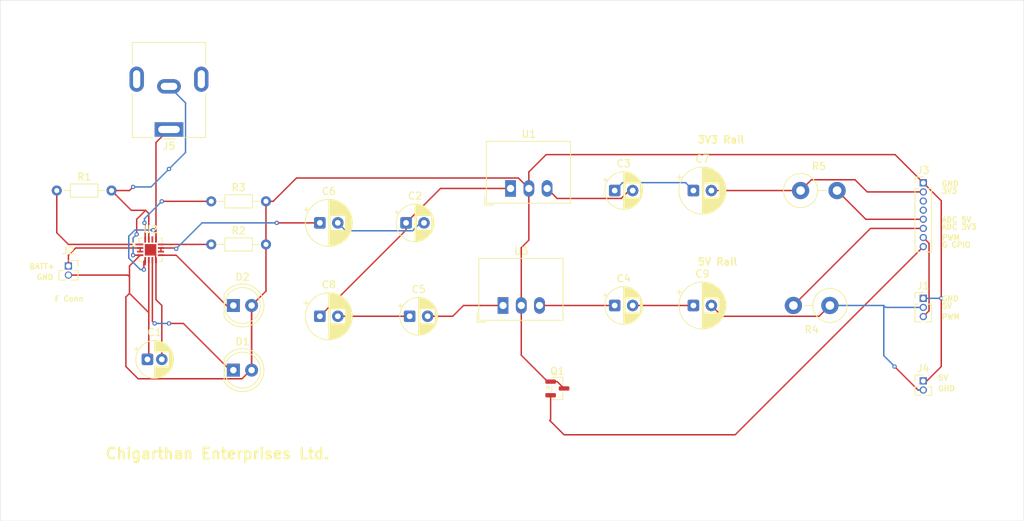
<source format=kicad_pcb>
(kicad_pcb (version 20241229) (generator "pcbnew") (generator_version "9.0")
  (layers (0 "F.Cu" signal) (2 "B.Cu" signal) (13 "F.Paste" user) (15 "B.Paste" user) (5 "F.SilkS" user "F.Silkscreen") (7 "B.SilkS" user "B.Silkscreen") (1 "F.Mask" user) (3 "B.Mask" user) (25 "Edge.Cuts" user))
  (net 0 "")
  (net 1 "GND")
  (net 2 "Net-(U1-OUT)")
  (net 3 "Net-(U1-IN)")
  (net 4 "Net-(U2-ILIM)")
  (net 5 "Net-(C1-Pad2)")
  (net 6 "Net-(D2-K)")
  (net 7 "Net-(C2-Pad2)")
  (net 8 "Net-(U2-ISET)")
  (net 9 "Net-(U2-TS)")
  (net 10 "Net-(C3-Pad1)")
  (net 11 "Net-(U3-OUT)")
  (net 12 "Net-(D1-K)")
  (net 14 "Net-(C4-Pad2)")
  (net 15 "Net-(U3-IN)")
  (net 16 "Net-(C5-Pad1)")
  (net 17 "Net-(C6-Pad1)")
  (net 18 "/Power ESP32")
  (net 19 "/Servo PWM")
  (net 20 "Net-(J1-Pin_2)")
  (net 21 "Net-(J2-Pin_1)")
  (net 23 "/NMOS G")
  (net 24 "/ADC Readings for 3.3V")
  (net 25 "/ADC Readings for 5V")
  (net 27 "Net-(J5-L)")
  (footprint "Capacitor_THT:CP_Radial_D5.0mm_P2.00mm" (layer "F.Cu") (at 108.5 116)
    (property "Reference" "C1" (at 1 -3.75 0) (layer "F.SilkS"))
    (property "Value" "1 micro farad capacitor")
    (pad "1" thru_hole roundrect (at 0 0) (size 1.6 1.6) (drill 0.8) (layers "*.Cu" "*.Mask") (roundrect_rratio 0.15625) (net 1 "GND"))
    (pad "2" thru_hole circle (at 2 0) (size 1.6 1.6) (drill 0.8) (layers "*.Cu" "*.Mask") (net 5 "Net-(C1-Pad2)"))
  )
  (footprint "Connector_BarrelJack:BarrelJack_CUI_PJ-063AH_Horizontal" (layer "F.Cu") (at 111.5 84 180)
    (property "Reference" "J5" (at 0 -2.3 0) (layer "F.SilkS"))
    (property "Value" "Conn_Receptacle_2P")
    (pad "" np_thru_hole circle (at 0 9 180) (size 1.6 1.6) (drill 1.6) (layers "*.Cu" "*.Mask"))
    (pad "1" thru_hole rect (at 0 0 180) (size 4 2) (drill oval 3 1) (layers "*.Cu" "*.Mask") (net 27 "Net-(J5-L)"))
    (pad "2" thru_hole oval (at 0 6 180) (size 3.3 2) (drill oval 2.3 1) (layers "*.Cu" "*.Mask") (net 1 "GND"))
    (pad "MP" thru_hole oval (at -4.5 7 180) (size 2 3.5) (drill oval 1 2.5) (layers "*.Cu" "*.Mask"))
    (pad "MP" thru_hole oval (at 4.5 7 180) (size 2 3.5) (drill oval 1 2.5) (layers "*.Cu" "*.Mask"))
  )
  (footprint "Capacitor_THT:CP_Radial_D5.0mm_P2.50mm" (layer "F.Cu") (at 173.544888 92.5)
    (property "Reference" "C3" (at 1.25 -3.75 0) (layer "F.SilkS"))
    (property "Value" "0.1 uF")
    (pad "1" thru_hole roundrect (at 0 0) (size 1.6 1.6) (drill 0.8) (layers "*.Cu" "*.Mask") (roundrect_rratio 0.15625) (net 10 "Net-(C3-Pad1)"))
    (pad "2" thru_hole circle (at 2.5 0) (size 1.6 1.6) (drill 0.8) (layers "*.Cu" "*.Mask") (net 2 "Net-(U1-OUT)"))
  )
  (footprint "Package_DFN_QFN:VQFN-16-1EP_3x3mm_P0.5mm_EP1.6x1.6mm" (layer "F.Cu") (at 108.9375 100.75)
    (property "Reference" "U2" (at 0 -2.83 0) (layer "F.SilkS"))
    (property "Value" "BQ24079RGT")
    (pad "1" smd roundrect (at -1.4375 -0.75) (size 0.875 0.25) (layers "F.Cu" "F.Mask" "F.Paste") (net 9 "Net-(U2-TS)"))
    (pad "2" smd roundrect (at -1.4375 -0.25) (size 0.875 0.25) (layers "F.Cu" "F.Mask" "F.Paste") (net 21 "Net-(J2-Pin_1)"))
    (pad "3" smd roundrect (at -1.4375 0.25) (size 0.875 0.25) (layers "F.Cu" "F.Mask" "F.Paste") (net 21 "Net-(J2-Pin_1)"))
    (pad "4" smd roundrect (at -1.4375 0.75) (size 0.875 0.25) (layers "F.Cu" "F.Mask" "F.Paste") (net 1 "GND"))
    (pad "5" smd roundrect (at -0.75 1.4375) (size 0.25 0.875) (layers "F.Cu" "F.Mask" "F.Paste") (net 27 "Net-(J5-L)"))
    (pad "6" smd roundrect (at -0.25 1.4375) (size 0.25 0.875) (layers "F.Cu" "F.Mask" "F.Paste") (net 1 "GND"))
    (pad "7" smd roundrect (at 0.25 1.4375) (size 0.25 0.875) (layers "F.Cu" "F.Mask" "F.Paste") (net 12 "Net-(D1-K)"))
    (pad "8" smd roundrect (at 0.75 1.4375) (size 0.25 0.875) (layers "F.Cu" "F.Mask" "F.Paste") (net 5 "Net-(C1-Pad2)"))
    (pad "9" smd roundrect (at 1.4375 0.75) (size 0.875 0.25) (layers "F.Cu" "F.Mask" "F.Paste") (net 6 "Net-(D2-K)"))
    (pad "10" smd roundrect (at 1.4375 0.25) (size 0.875 0.25) (layers "F.Cu" "F.Mask" "F.Paste") (net 17 "Net-(C6-Pad1)"))
    (pad "11" smd roundrect (at 1.4375 -0.25) (size 0.875 0.25) (layers "F.Cu" "F.Mask" "F.Paste") (net 17 "Net-(C6-Pad1)"))
    (pad "12" smd roundrect (at 1.4375 -0.75) (size 0.875 0.25) (layers "F.Cu" "F.Mask" "F.Paste") (net 4 "Net-(U2-ILIM)"))
    (pad "13" smd roundrect (at 0.75 -1.4375) (size 0.25 0.875) (layers "F.Cu" "F.Mask" "F.Paste") (net 27 "Net-(J5-L)"))
    (pad "14" smd roundrect (at 0.25 -1.4375) (size 0.25 0.875) (layers "F.Cu" "F.Mask" "F.Paste"))
    (pad "15" smd roundrect (at -0.25 -1.4375) (size 0.25 0.875) (layers "F.Cu" "F.Mask" "F.Paste") (net 1 "GND"))
    (pad "16" smd roundrect (at -0.75 -1.4375) (size 0.25 0.875) (layers "F.Cu" "F.Mask" "F.Paste") (net 8 "Net-(U2-ISET)"))
    (pad "17" smd rect (at 0 0) (size 1.6 1.6) (property pad_prop_heatsink) (layers "F.Cu" "F.Mask") (net 5 "Net-(C1-Pad2)"))
  )
  (footprint "Package_TO_SOT_SMD:SOT-23" (layer "F.Cu") (at 165.56 120.0475)
    (property "Reference" "Q1" (at 0 -2.4 0) (layer "F.SilkS"))
    (property "Value" "NMOS")
    (pad "1" smd roundrect (at -0.9375 -0.95) (size 1.475 0.6) (layers "F.Cu" "F.Mask" "F.Paste") (net 1 "GND"))
    (pad "2" smd roundrect (at -0.9375 0.95) (size 1.475 0.6) (layers "F.Cu" "F.Mask" "F.Paste") (net 23 "/NMOS G"))
    (pad "3" smd roundrect (at 0.9375 0) (size 1.475 0.6) (layers "F.Cu" "F.Mask" "F.Paste") (net 1 "GND"))
  )
  (footprint "Connector_PinHeader_1.27mm:PinHeader_1x08_P1.27mm_Vertical" (layer "F.Cu") (at 216.5 91.42)
    (property "Reference" "J3" (at 0 -1.745 0) (layer "F.SilkS"))
    (property "Value" "Conn_01x08_Pin" (hide yes))
    (pad "1" thru_hole rect (at 0 0) (size 1 1) (drill 0.65) (layers "*.Cu" "*.Mask") (net 1 "GND"))
    (pad "2" thru_hole circle (at 0 1.27) (size 1 1) (drill 0.65) (layers "*.Cu" "*.Mask") (net 18 "/Power ESP32"))
    (pad "3" thru_hole circle (at 0 2.54) (size 1 1) (drill 0.65) (layers "*.Cu" "*.Mask"))
    (pad "4" thru_hole circle (at 0 3.81) (size 1 1) (drill 0.65) (layers "*.Cu" "*.Mask"))
    (pad "5" thru_hole circle (at 0 5.08) (size 1 1) (drill 0.65) (layers "*.Cu" "*.Mask") (net 24 "/ADC Readings for 3.3V"))
    (pad "6" thru_hole circle (at 0 6.35) (size 1 1) (drill 0.65) (layers "*.Cu" "*.Mask") (net 25 "/ADC Readings for 5V"))
    (pad "7" thru_hole circle (at 0 7.62) (size 1 1) (drill 0.65) (layers "*.Cu" "*.Mask") (net 19 "/Servo PWM"))
    (pad "8" thru_hole circle (at 0 8.89) (size 1 1) (drill 0.65) (layers "*.Cu" "*.Mask") (net 23 "/NMOS G"))
  )
  (footprint "Capacitor_THT:CP_Radial_D5.0mm_P2.50mm" (layer "F.Cu") (at 144.5 97)
    (property "Reference" "C2" (at 1.25 -3.75 0) (layer "F.SilkS"))
    (property "Value" "0.1 uF")
    (pad "1" thru_hole roundrect (at 0 0) (size 1.6 1.6) (drill 0.8) (layers "*.Cu" "*.Mask") (roundrect_rratio 0.15625) (net 3 "Net-(U1-IN)"))
    (pad "2" thru_hole circle (at 2.5 0) (size 1.6 1.6) (drill 0.8) (layers "*.Cu" "*.Mask") (net 7 "Net-(C2-Pad2)"))
  )
  (footprint "Capacitor_THT:CP_Radial_D6.3mm_P2.50mm" (layer "F.Cu") (at 132.5 110)
    (property "Reference" "C8" (at 1.25 -4.4 0) (layer "F.SilkS"))
    (property "Value" "15 uF polarized")
    (pad "1" thru_hole roundrect (at 0 0) (size 1.6 1.6) (drill 0.8) (layers "*.Cu" "*.Mask") (roundrect_rratio 0.15625) (net 3 "Net-(U1-IN)"))
    (pad "2" thru_hole circle (at 2.5 0) (size 1.6 1.6) (drill 0.8) (layers "*.Cu" "*.Mask") (net 16 "Net-(C5-Pad1)"))
  )
  (footprint "LED_THT:LED_D5.0mm" (layer "F.Cu") (at 120.46 108.5)
    (property "Reference" "D2" (at 1.27 -3.96 0) (layer "F.SilkS"))
    (property "Value" "LED")
    (pad "1" thru_hole rect (at 0 0) (size 1.8 1.8) (drill 0.9) (layers "*.Cu" "*.Mask") (net 6 "Net-(D2-K)"))
    (pad "2" thru_hole circle (at 2.54 0) (size 1.8 1.8) (drill 0.9) (layers "*.Cu" "*.Mask") (net 1 "GND"))
  )
  (footprint "Converter_DCDC:Converter_DCDC_RECOM_R-78E-0.5_THT" (layer "F.Cu") (at 158 108.5)
    (property "Reference" "U3" (at 2.54 -7.56 0) (layer "F.SilkS"))
    (property "Value" "R-78C5.0-1.0")
    (pad "1" thru_hole rect (at 0 0) (size 1.5 2.3) (drill 1) (layers "*.Cu" "*.Mask") (net 15 "Net-(U3-IN)"))
    (pad "2" thru_hole oval (at 2.54 0) (size 1.5 2.3) (drill 1) (layers "*.Cu" "*.Mask") (net 1 "GND"))
    (pad "3" thru_hole oval (at 5.08 0) (size 1.5 2.3) (drill 1) (layers "*.Cu" "*.Mask") (net 11 "Net-(U3-OUT)"))
  )
  (footprint "Connector_PinHeader_1.27mm:PinHeader_1x03_P1.27mm_Vertical" (layer "F.Cu") (at 216.5 107.5)
    (property "Reference" "J1" (at 0 -1.745 0) (layer "F.SilkS"))
    (property "Value" "Conn_01x03_Pin")
    (pad "1" thru_hole rect (at 0 0) (size 1 1) (drill 0.65) (layers "*.Cu" "*.Mask") (net 1 "GND"))
    (pad "2" thru_hole circle (at 0 1.27) (size 1 1) (drill 0.65) (layers "*.Cu" "*.Mask") (net 20 "Net-(J1-Pin_2)"))
    (pad "3" thru_hole circle (at 0 2.54) (size 1 1) (drill 0.65) (layers "*.Cu" "*.Mask") (net 19 "/Servo PWM"))
  )
  (footprint "Connector_PinHeader_1.27mm:PinHeader_1x02_P1.27mm_Vertical" (layer "F.Cu") (at 216.5 119)
    (property "Reference" "J4" (at 0 -1.745 0) (layer "F.SilkS"))
    (property "Value" "Conn_01x02_Pin")
    (pad "1" thru_hole rect (at 0 0) (size 1 1) (drill 0.65) (layers "*.Cu" "*.Mask") (net 1 "GND"))
    (pad "2" thru_hole circle (at 0 1.27) (size 1 1) (drill 0.65) (layers "*.Cu" "*.Mask") (net 20 "Net-(J1-Pin_2)"))
  )
  (footprint "Resistor_THT:R_Axial_DIN0414_L11.9mm_D4.5mm_P5.08mm_Vertical" (layer "F.Cu") (at 203.5 108.5 180)
    (property "Reference" "R4" (at 2.54 -3.37 0) (layer "F.SilkS"))
    (property "Value" "R")
    (pad "1" thru_hole circle (at 0 0 180) (size 2.4 2.4) (drill 1.2) (layers "*.Cu" "*.Mask") (net 20 "Net-(J1-Pin_2)"))
    (pad "2" thru_hole circle (at 5.08 0 180) (size 2.4 2.4) (drill 1.2) (layers "*.Cu" "*.Mask") (net 25 "/ADC Readings for 5V"))
  )
  (footprint "Capacitor_THT:CP_Radial_D5.0mm_P2.50mm" (layer "F.Cu") (at 173.544888 108.5)
    (property "Reference" "C4" (at 1.25 -3.75 0) (layer "F.SilkS"))
    (property "Value" "0.1 uF")
    (pad "1" thru_hole roundrect (at 0 0) (size 1.6 1.6) (drill 0.8) (layers "*.Cu" "*.Mask") (roundrect_rratio 0.15625) (net 11 "Net-(U3-OUT)"))
    (pad "2" thru_hole circle (at 2.5 0) (size 1.6 1.6) (drill 0.8) (layers "*.Cu" "*.Mask") (net 14 "Net-(C4-Pad2)"))
  )
  (footprint "Capacitor_THT:CP_Radial_D6.3mm_P2.50mm" (layer "F.Cu") (at 184.5 108.5)
    (property "Reference" "C9" (at 1.25 -4.4 0) (layer "F.SilkS"))
    (property "Value" "15 uF polarized")
    (pad "1" thru_hole roundrect (at 0 0) (size 1.6 1.6) (drill 0.8) (layers "*.Cu" "*.Mask") (roundrect_rratio 0.15625) (net 14 "Net-(C4-Pad2)"))
    (pad "2" thru_hole circle (at 2.5 0) (size 1.6 1.6) (drill 0.8) (layers "*.Cu" "*.Mask") (net 20 "Net-(J1-Pin_2)"))
  )
  (footprint "Resistor_THT:R_Axial_DIN0204_L3.6mm_D1.6mm_P7.62mm_Horizontal" (layer "F.Cu") (at 95.88 92.5)
    (property "Reference" "R1" (at 3.81 -1.92 0) (layer "F.SilkS"))
    (property "Value" "10k Ohms")
    (pad "1" thru_hole circle (at 0 0) (size 1.4 1.4) (drill 0.7) (layers "*.Cu" "*.Mask") (net 9 "Net-(U2-TS)"))
    (pad "2" thru_hole circle (at 7.62 0) (size 1.4 1.4) (drill 0.7) (layers "*.Cu" "*.Mask") (net 1 "GND"))
  )
  (footprint "LED_THT:LED_D5.0mm" (layer "F.Cu") (at 120.46 117.5)
    (property "Reference" "D1" (at 1.27 -3.96 0) (layer "F.SilkS"))
    (property "Value" "LED")
    (pad "1" thru_hole rect (at 0 0) (size 1.8 1.8) (drill 0.9) (layers "*.Cu" "*.Mask") (net 12 "Net-(D1-K)"))
    (pad "2" thru_hole circle (at 2.54 0) (size 1.8 1.8) (drill 0.9) (layers "*.Cu" "*.Mask") (net 1 "GND"))
  )
  (footprint "Resistor_THT:R_Axial_DIN0204_L3.6mm_D1.6mm_P7.62mm_Horizontal" (layer "F.Cu") (at 117.38 94)
    (property "Reference" "R3" (at 3.81 -1.92 0) (layer "F.SilkS"))
    (property "Value" "700 ohm resistor")
    (pad "1" thru_hole circle (at 0 0) (size 1.4 1.4) (drill 0.7) (layers "*.Cu" "*.Mask") (net 8 "Net-(U2-ISET)"))
    (pad "2" thru_hole circle (at 7.62 0) (size 1.4 1.4) (drill 0.7) (layers "*.Cu" "*.Mask") (net 1 "GND"))
  )
  (footprint "Connector_PinSocket_1.27mm:PinSocket_1x02_P1.27mm_Vertical" (layer "F.Cu") (at 97.5 103)
    (property "Reference" "J2" (at 0 -2.135 0) (layer "F.SilkS"))
    (property "Value" "Conn_01x02_Socket")
    (pad "1" thru_hole rect (at 0 0) (size 1 1) (drill 0.7) (layers "*.Cu" "*.Mask") (net 21 "Net-(J2-Pin_1)"))
    (pad "2" thru_hole circle (at 0 1.27) (size 1 1) (drill 0.7) (layers "*.Cu" "*.Mask") (net 1 "GND"))
  )
  (footprint "Capacitor_THT:CP_Radial_D5.0mm_P2.50mm" (layer "F.Cu") (at 145 110)
    (property "Reference" "C5" (at 1.25 -3.75 0) (layer "F.SilkS"))
    (property "Value" "0.1 uF")
    (pad "1" thru_hole roundrect (at 0 0) (size 1.6 1.6) (drill 0.8) (layers "*.Cu" "*.Mask") (roundrect_rratio 0.15625) (net 16 "Net-(C5-Pad1)"))
    (pad "2" thru_hole circle (at 2.5 0) (size 1.6 1.6) (drill 0.8) (layers "*.Cu" "*.Mask") (net 15 "Net-(U3-IN)"))
  )
  (footprint "Capacitor_THT:CP_Radial_D6.3mm_P2.50mm" (layer "F.Cu") (at 184.5 92.5)
    (property "Reference" "C7" (at 1.25 -4.4 0) (layer "F.SilkS"))
    (property "Value" "15 uF polarized")
    (pad "1" thru_hole roundrect (at 0 0) (size 1.6 1.6) (drill 0.8) (layers "*.Cu" "*.Mask") (roundrect_rratio 0.15625) (net 10 "Net-(C3-Pad1)"))
    (pad "2" thru_hole circle (at 2.5 0) (size 1.6 1.6) (drill 0.8) (layers "*.Cu" "*.Mask") (net 18 "/Power ESP32"))
  )
  (footprint "Converter_DCDC:Converter_DCDC_RECOM_R-78E-0.5_THT" (layer "F.Cu") (at 159.0525 92.2075)
    (property "Reference" "U1" (at 2.54 -7.56 0) (layer "F.SilkS"))
    (property "Value" "R-78C3.3-1.0")
    (pad "1" thru_hole rect (at 0 0) (size 1.5 2.3) (drill 1) (layers "*.Cu" "*.Mask") (net 3 "Net-(U1-IN)"))
    (pad "2" thru_hole oval (at 2.54 0) (size 1.5 2.3) (drill 1) (layers "*.Cu" "*.Mask") (net 1 "GND"))
    (pad "3" thru_hole oval (at 5.08 0) (size 1.5 2.3) (drill 1) (layers "*.Cu" "*.Mask") (net 2 "Net-(U1-OUT)"))
  )
  (footprint "Resistor_THT:R_Axial_DIN0204_L3.6mm_D1.6mm_P7.62mm_Horizontal" (layer "F.Cu") (at 117.38 100)
    (property "Reference" "R2" (at 3.81 -1.92 0) (layer "F.SilkS"))
    (property "Value" "1.25k Ohm")
    (pad "1" thru_hole circle (at 0 0) (size 1.4 1.4) (drill 0.7) (layers "*.Cu" "*.Mask") (net 4 "Net-(U2-ILIM)"))
    (pad "2" thru_hole circle (at 7.62 0) (size 1.4 1.4) (drill 0.7) (layers "*.Cu" "*.Mask") (net 1 "GND"))
  )
  (footprint "Resistor_THT:R_Axial_DIN0414_L11.9mm_D4.5mm_P5.08mm_Vertical" (layer "F.Cu") (at 199.42 92.5)
    (property "Reference" "R5" (at 2.54 -3.37 0) (layer "F.SilkS"))
    (property "Value" "R")
    (pad "1" thru_hole circle (at 0 0) (size 2.4 2.4) (drill 1.2) (layers "*.Cu" "*.Mask") (net 18 "/Power ESP32"))
    (pad "2" thru_hole circle (at 5.08 0) (size 2.4 2.4) (drill 1.2) (layers "*.Cu" "*.Mask") (net 24 "/ADC Readings for 3.3V"))
  )
  (footprint "Capacitor_THT:CP_Radial_D6.3mm_P2.50mm" (layer "F.Cu") (at 132.5 97)
    (property "Reference" "C6" (at 1.25 -4.4 0) (layer "F.SilkS"))
    (property "Value" "15 uF polarized")
    (pad "1" thru_hole roundrect (at 0 0) (size 1.6 1.6) (drill 0.8) (layers "*.Cu" "*.Mask") (roundrect_rratio 0.15625) (net 17 "Net-(C6-Pad1)"))
    (pad "2" thru_hole circle (at 2.5 0) (size 1.6 1.6) (drill 0.8) (layers "*.Cu" "*.Mask") (net 7 "Net-(C2-Pad2)"))
  )
  (gr_rect (start 88 66) (end 230.5 138.5) (stroke (width 0.05)) (fill no) (layer "Edge.Cuts"))
  (gr_text "5V" (at 219 109 0) (layer "F.SilkS") (effects (font (size 0.75 0.75) (thickness 0.15) (bold yes)) (justify left bottom)))
  (gr_text "PWM" (at 219 110.5 0) (layer "F.SilkS") (effects (font (size 0.75 0.75) (thickness 0.15) (bold yes)) (justify left bottom)))
  (gr_text "BATT+" (at 92 103.5 0) (layer "F.SilkS") (effects (font (size 0.75 0.75) (thickness 0.15) (bold yes)) (justify left bottom)))
  (gr_text "Chigarthan Enterprises Ltd. " (at 102.5 130 0) (layer "F.SilkS") (effects (font (size 1.5 1.5) (thickness 0.3) (bold yes)) (justify left bottom)))
  (gr_text "F Conn" (at 95.5 108 0) (layer "F.SilkS") (effects (font (size 0.75 0.75) (thickness 0.15) (bold yes)) (justify left bottom)))
  (gr_text "GND" (at 93 105 0) (layer "F.SilkS") (effects (font (size 0.75 0.75) (thickness 0.15) (bold yes)) (justify left bottom)))
  (gr_text "5V" (at 218.5 119 0) (layer "F.SilkS") (effects (font (size 0.75 0.75) (thickness 0.15) (bold yes)) (justify left bottom)))
  (gr_text "ADC 5V" (at 219 97 0) (layer "F.SilkS") (effects (font (size 0.75 0.75) (thickness 0.15) (bold yes)) (justify left bottom)))
  (gr_text "GND" (at 219 108 0) (layer "F.SilkS") (effects (font (size 0.75 0.75) (thickness 0.15) (bold yes)) (justify left bottom)))
  (gr_text "ADC 3V3" (at 219 98 0) (layer "F.SilkS") (effects (font (size 0.75 0.75) (thickness 0.15) (bold yes)) (justify left bottom)))
  (gr_text "G GPIO" (at 219 100.5 0) (layer "F.SilkS") (effects (font (size 0.75 0.75) (thickness 0.15) (bold yes)) (justify left bottom)))
  (gr_text "GND" (at 218.5 120.5 0) (layer "F.SilkS") (effects (font (size 0.75 0.75) (thickness 0.15) (bold yes)) (justify left bottom)))
  (gr_text "3V3 Rail" (at 185 86 0) (layer "F.SilkS") (effects (font (size 1 1) (thickness 0.2) (bold yes)) (justify left bottom)))
  (gr_text "3V3" (at 219 93 0) (layer "F.SilkS") (effects (font (size 0.75 0.75) (thickness 0.15) (bold yes)) (justify left bottom)))
  (gr_text "GND" (at 219 92 0) (layer "F.SilkS") (effects (font (size 0.75 0.75) (thickness 0.15) (bold yes)) (justify left bottom)))
  (gr_text "5V Rail" (at 185 103 0) (layer "F.SilkS") (effects (font (size 1 1) (thickness 0.2) (bold yes)) (justify left bottom)))
  (gr_text "PWM" (at 219 99.5 0) (layer "F.SilkS") (effects (font (size 0.75 0.75) (thickness 0.15) (bold yes)) (justify left bottom)))
  (segment (start 161.5925 99.4075) (end 160.5 100.5) (width 0.2) (layer "F.Cu") (net 1))
  (segment (start 103.5 92.5) (end 106.25 95.25) (width 0.2) (layer "F.Cu") (net 1))
  (segment (start 108.6875 99.3125) (end 108.6875 95.6875) (width 0.2) (layer "F.Cu") (net 1))
  (segment (start 108.5 116) (end 108.6875 115.8125) (width 0.2) (layer "F.Cu") (net 1))
  (segment (start 160.5 100.5) (end 160.54 100.54) (width 0.2) (layer "F.Cu") (net 1))
  (segment (start 106 104.5) (end 106 106.8125) (width 0.2) (layer "F.Cu") (net 1))
  (segment (start 107.201 118.701) (end 105.5 117) (width 0.2) (layer "F.Cu") (net 1))
  (segment (start 160.1415 90.7565) (end 129.2435 90.7565) (width 0.2) (layer "F.Cu") (net 1))
  (segment (start 212.58 87.5) (end 164 87.5) (width 0.2) (layer "F.Cu") (net 1))
  (segment (start 219 107.5) (end 219 117) (width 0.2) (layer "F.Cu") (net 1))
  (segment (start 161.5925 92.2075) (end 160.1415 90.7565) (width 0.2) (layer "F.Cu") (net 1))
  (segment (start 106 92.5) (end 103.5 92.5) (width 0.2) (layer "F.Cu") (net 1))
  (segment (start 164 87.5) (end 161.5925 89.9075) (width 0.2) (layer "F.Cu") (net 1))
  (segment (start 126 94) (end 125 94) (width 0.2) (layer "F.Cu") (net 1))
  (segment (start 216.5 91.42) (end 212.58 87.5) (width 0.2) (layer "F.Cu") (net 1))
  (segment (start 164.21 119.0975) (end 164.69999 119.0975) (width 0.2) (layer "F.Cu") (net 1))
  (segment (start 107 96.5) (end 108.25 95.25) (width 0.2) (layer "F.Cu") (net 1))
  (segment (start 106.5 92) (end 106 92.5) (width 0.2) (layer "F.Cu") (net 1))
  (segment (start 161.5925 92.2075) (end 161.5925 99.4075) (width 0.2) (layer "F.Cu") (net 1))
  (segment (start 108.6875 109.5) (end 108.6875 102.1875) (width 0.2) (layer "F.Cu") (net 1))
  (segment (start 97.5 104.27) (end 105.77 104.27) (width 0.2) (layer "F.Cu") (net 1))
  (segment (start 107 98.6) (end 107 96.5) (width 0.2) (layer "F.Cu") (net 1))
  (segment (start 164.6225 119.0975) (end 165.5475 119.0975) (width 0.2) (layer "F.Cu") (net 1))
  (segment (start 165.5475 119.0975) (end 166.4975 120.0475) (width 0.2) (layer "F.Cu") (net 1))
  (segment (start 121.661 118.701) (end 107.201 118.701) (width 0.2) (layer "F.Cu") (net 1))
  (segment (start 129.2435 90.7565) (end 126 94) (width 0.2) (layer "F.Cu") (net 1))
  (segment (start 105.5 107.3125) (end 106 106.8125) (width 0.2) (layer "F.Cu") (net 1))
  (segment (start 123 108.5) (end 123 117.5) (width 0.2) (layer "F.Cu") (net 1))
  (segment (start 161.5925 89.9075) (end 161.5925 92.2075) (width 0.2) (layer "F.Cu") (net 1))
  (segment (start 217 119) (end 216.5 119) (width 0.2) (layer "F.Cu") (net 1))
  (segment (start 107.5 101.5) (end 106 103) (width 0.2) (layer "F.Cu") (net 1))
  (segment (start 160.54 100.54) (end 160.54 108.5) (width 0.2) (layer "F.Cu") (net 1))
  (segment (start 125 100) (end 125 106.5) (width 0.2) (layer "F.Cu") (net 1))
  (segment (start 164.21 119.0975) (end 160.54 115.4275) (width 0.2) (layer "F.Cu") (net 1))
  (segment (start 160.54 115.4275) (end 160.54 108.5) (width 0.2) (layer "F.Cu") (net 1))
  (segment (start 108.6875 95.6875) (end 108.25 95.25) (width 0.2) (layer "F.Cu") (net 1))
  (segment (start 106 106.8125) (end 108.6875 109.5) (width 0.2) (layer "F.Cu") (net 1))
  (segment (start 219 93.92) (end 219 107.5) (width 0.2) (layer "F.Cu") (net 1))
  (segment (start 125 94) (end 125 100) (width 0.2) (layer "F.Cu") (net 1))
  (segment (start 219 117) (end 217 119) (width 0.2) (layer "F.Cu") (net 1))
  (segment (start 123 108.5) (end 123 117.362) (width 0.2) (layer "F.Cu") (net 1))
  (segment (start 108.6875 115.8125) (end 108.6875 109.5) (width 0.2) (layer "F.Cu") (net 1))
  (segment (start 105.77 104.27) (end 106 104.5) (width 0.2) (layer "F.Cu") (net 1))
  (segment (start 123 117.362) (end 121.661 118.701) (width 0.2) (layer "F.Cu") (net 1))
  (segment (start 105.5 117) (end 105.5 107.3125) (width 0.2) (layer "F.Cu") (net 1))
  (segment (start 125 106.5) (end 123 108.5) (width 0.2) (layer "F.Cu") (net 1))
  (segment (start 107.5 101.5) (end 106.5 101.5) (width 0.2) (layer "F.Cu") (net 1))
  (segment (start 106.25 95.25) (end 108.25 95.25) (width 0.2) (layer "F.Cu") (net 1))
  (segment (start 106 103) (end 106 104.5) (width 0.2) (layer "F.Cu") (net 1))
  (segment (start 216.5 91.42) (end 219 93.92) (width 0.2) (layer "F.Cu") (net 1))
  (via (at 106.5 101.5) (size 0.6) (drill 0.3) (layers "F.Cu" "B.Cu") (net 1))
  (via (at 107 98.6) (size 0.6) (drill 0.3) (layers "F.Cu" "B.Cu") (net 1))
  (via (at 111.5 89.5) (size 0.6) (drill 0.3) (layers "F.Cu" "B.Cu") (net 1))
  (via (at 219 107.5) (size 0.6) (drill 0.3) (layers "F.Cu" "B.Cu") (net 1))
  (via (at 106.5 92) (size 0.6) (drill 0.3) (layers "F.Cu" "B.Cu") (net 1))
  (segment (start 106.5 101.5) (end 106.5 99.1) (width 0.2) (layer "B.Cu") (net 1))
  (segment (start 106.5 99.1) (end 107 98.6) (width 0.2) (layer "B.Cu") (net 1))
  (segment (start 216.5 107.5) (end 219 107.5) (width 0.2) (layer "B.Cu") (net 1))
  (segment (start 111.5 89.5) (end 109 92) (width 0.2) (layer "B.Cu") (net 1))
  (segment (start 111.5 78) (end 113.801 80.301) (width 0.2) (layer "B.Cu") (net 1))
  (segment (start 113.801 87.199) (end 111.5 89.5) (width 0.2) (layer "B.Cu") (net 1))
  (segment (start 113.801 80.301) (end 113.801 87.199) (width 0.2) (layer "B.Cu") (net 1))
  (segment (start 109 92) (end 106.5 92) (width 0.2) (layer "B.Cu") (net 1))
  (segment (start 165.526 93.601) (end 164.1325 92.2075) (width 0.2) (layer "F.Cu") (net 2))
  (segment (start 174.443888 93.601) (end 165.526 93.601) (width 0.2) (layer "F.Cu") (net 2))
  (segment (start 175.544888 92.5) (end 174.443888 93.601) (width 0.2) (layer "F.Cu") (net 2))
  (segment (start 144.5 98) (end 132.5 110) (width 0.2) (layer "F.Cu") (net 3))
  (segment (start 149.2925 92.2075) (end 144.5 97) (width 0.2) (layer "F.Cu") (net 3))
  (segment (start 159.0525 92.2075) (end 149.2925 92.2075) (width 0.2) (layer "F.Cu") (net 3))
  (segment (start 144.5 97) (end 144.5 98) (width 0.2) (layer "F.Cu") (net 3))
  (segment (start 117.38 100) (end 110.375 100) (width 0.2) (layer "F.Cu") (net 4))
  (segment (start 110.5 116) (end 110.5 108.5) (width 0.2) (layer "F.Cu") (net 5))
  (segment (start 110.5 108.5) (end 109.6875 107.6875) (width 0.2) (layer "F.Cu") (net 5))
  (segment (start 109.6875 102.1875) (end 109.6365 102.1365) (width 0.2) (layer "F.Cu") (net 5))
  (segment (start 109.6365 101.449) (end 108.9375 100.75) (width 0.2) (layer "F.Cu") (net 5))
  (segment (start 109.6365 102.1365) (end 109.6365 101.449) (width 0.2) (layer "F.Cu") (net 5))
  (segment (start 109.6875 107.6875) (end 109.6875 102.1875) (width 0.2) (layer "F.Cu") (net 5))
  (segment (start 109.6875 102.1875) (end 109.6875 102.5) (width 0.2) (layer "F.Cu") (net 5))
  (segment (start 112.5 101.5) (end 110.375 101.5) (width 0.2) (layer "F.Cu") (net 6))
  (segment (start 120.46 108.5) (end 119.5 108.5) (width 0.2) (layer "F.Cu") (net 6))
  (segment (start 119.5 108.5) (end 112.5 101.5) (width 0.2) (layer "F.Cu") (net 6))
  (segment (start 136.101 98.101) (end 145.399 98.101) (width 0.2) (layer "B.Cu") (net 7))
  (segment (start 145.399 98.101) (end 146.5 97) (width 0.2) (layer "B.Cu") (net 7))
  (segment (start 135 97) (end 136.101 98.101) (width 0.2) (layer "B.Cu") (net 7))
  (segment (start 108.1875 97.1) (end 108.0875 97) (width 0.2) (layer "F.Cu") (net 8))
  (segment (start 110.5 94) (end 117.38 94) (width 0.2) (layer "F.Cu") (net 8))
  (segment (start 108.1875 99.3125) (end 108.1875 97.1) (width 0.2) (layer "F.Cu") (net 8))
  (via (at 108.0875 97) (size 0.6) (drill 0.3) (layers "F.Cu" "B.Cu") (net 8))
  (via (at 110.5 94) (size 0.6) (drill 0.3) (layers "F.Cu" "B.Cu") (net 8))
  (segment (start 108.0875 97) (end 108.0875 96.4125) (width 0.2) (layer "B.Cu") (net 8))
  (segment (start 108.0875 96.4125) (end 110.5 94) (width 0.2) (layer "B.Cu") (net 8))
  (segment (start 95.88 98.38) (end 95.88 92.5) (width 0.2) (layer "F.Cu") (net 9))
  (segment (start 107.5 100) (end 97.5 100) (width 0.2) (layer "F.Cu") (net 9))
  (segment (start 97.5 100) (end 95.88 98.38) (width 0.2) (layer "F.Cu") (net 9))
  (segment (start 174.645888 91.399) (end 183.399 91.399) (width 0.2) (layer "B.Cu") (net 10))
  (segment (start 183.399 91.399) (end 184.5 92.5) (width 0.2) (layer "B.Cu") (net 10))
  (segment (start 173.544888 92.5) (end 174.645888 91.399) (width 0.2) (layer "B.Cu") (net 10))
  (segment (start 173.544888 108.5) (end 163.08 108.5) (width 0.2) (layer "F.Cu") (net 11))
  (segment (start 113.5 111) (end 111.5 111) (width 0.2) (layer "F.Cu") (net 12))
  (segment (start 109.5 111) (end 109.1875 110.6875) (width 0.2) (layer "F.Cu") (net 12))
  (segment (start 120.46 117.5) (end 120 117.5) (width 0.2) (layer "F.Cu") (net 12))
  (segment (start 120 117.5) (end 113.5 111) (width 0.2) (layer "F.Cu") (net 12))
  (segment (start 109.1875 110.6875) (end 109.1875 102.1875) (width 0.2) (layer "F.Cu") (net 12))
  (via (at 111.5 111) (size 0.6) (drill 0.3) (layers "F.Cu" "B.Cu") (net 12))
  (via (at 109.5 111) (size 0.6) (drill 0.3) (layers "F.Cu" "B.Cu") (net 12))
  (segment (start 111.5 111) (end 109.5 111) (width 0.2) (layer "B.Cu") (net 12))
  (segment (start 184.5 108.5) (end 175.544888 108.5) (width 0.2) (layer "F.Cu") (net 14))
  (segment (start 152.5 108.5) (end 151 110) (width 0.2) (layer "F.Cu") (net 15))
  (segment (start 158 108.5) (end 152.5 108.5) (width 0.2) (layer "F.Cu") (net 15))
  (segment (start 151 110) (end 147 110) (width 0.2) (layer "F.Cu") (net 15))
  (segment (start 135 110) (end 145 110) (width 0.2) (layer "F.Cu") (net 16))
  (segment (start 110.375 100.5) (end 110.375 101) (width 0.2) (layer "F.Cu") (net 17))
  (segment (start 110.375 100.5) (end 112.4 100.5) (width 0.2) (layer "F.Cu") (net 17))
  (segment (start 112.4 100.5) (end 112.5 100.6) (width 0.2) (layer "F.Cu") (net 17))
  (segment (start 132.5 97) (end 126.5 97) (width 0.2) (layer "F.Cu") (net 17))
  (via (at 112.5 100.6) (size 0.6) (drill 0.3) (layers "F.Cu" "B.Cu") (net 17))
  (via (at 126.5 97) (size 0.6) (drill 0.3) (layers "F.Cu" "B.Cu") (net 17))
  (segment (start 116.1 97) (end 112.5 100.6) (width 0.2) (layer "B.Cu") (net 17))
  (segment (start 126.5 97) (end 116.1 97) (width 0.2) (layer "B.Cu") (net 17))
  (segment (start 208.69 92.69) (end 206.999 90.999) (width 0.2) (layer "F.Cu") (net 18))
  (segment (start 216.5 92.69) (end 208.69 92.69) (width 0.2) (layer "F.Cu") (net 18))
  (segment (start 199.42 92.5) (end 187 92.5) (width 0.2) (layer "F.Cu") (net 18))
  (segment (start 206.999 90.999) (end 200.921 90.999) (width 0.2) (layer "F.Cu") (net 18))
  (segment (start 200.921 90.999) (end 199.42 92.5) (width 0.2) (layer "F.Cu") (net 18))
  (segment (start 216.5 110.04) (end 217.301 109.239) (width 0.2) (layer "F.Cu") (net 19))
  (segment (start 217.301 99.841) (end 216.5 99.04) (width 0.2) (layer "F.Cu") (net 19))
  (segment (start 217.301 109.239) (end 217.301 99.841) (width 0.2) (layer "F.Cu") (net 19))
  (segment (start 212.5 117) (end 215.77 120.27) (width 0.2) (layer "F.Cu") (net 20))
  (segment (start 201.999 110.001) (end 203.5 108.5) (width 0.2) (layer "F.Cu") (net 20))
  (segment (start 215.77 120.27) (end 216.5 120.27) (width 0.2) (layer "F.Cu") (net 20))
  (segment (start 187 108.5) (end 188.501 110.001) (width 0.2) (layer "F.Cu") (net 20))
  (segment (start 188.501 110.001) (end 201.999 110.001) (width 0.2) (layer "F.Cu") (net 20))
  (via (at 212.5 117) (size 0.6) (drill 0.3) (layers "F.Cu" "B.Cu") (net 20))
  (segment (start 211 115.477106) (end 212.5 116.977106) (width 0.2) (layer "B.Cu") (net 20))
  (segment (start 216.5 120.27) (end 215.792894 120.27) (width 0.2) (layer "B.Cu") (net 20))
  (segment (start 216.23 108.5) (end 216.5 108.77) (width 0.2) (layer "B.Cu") (net 20))
  (segment (start 211.27 108.77) (end 211 108.5) (width 0.2) (layer "B.Cu") (net 20))
  (segment (start 203.5 108.5) (end 211 108.5) (width 0.2) (layer "B.Cu") (net 20))
  (segment (start 212.5 116.977106) (end 212.5 117) (width 0.2) (layer "B.Cu") (net 20))
  (segment (start 211 115.477106) (end 211 108.5) (width 0.2) (layer "B.Cu") (net 20))
  (segment (start 216.5 108.77) (end 211.27 108.77) (width 0.2) (layer "B.Cu") (net 20))
  (segment (start 97.5 103) (end 97.5 101.5) (width 0.2) (layer "F.Cu") (net 21))
  (segment (start 107.5 101) (end 107.5 100.5) (width 0.2) (layer "F.Cu") (net 21))
  (segment (start 97.5 101.5) (end 98.5 100.5) (width 0.2) (layer "F.Cu") (net 21))
  (segment (start 98.5 100.5) (end 107.5 100.5) (width 0.2) (layer "F.Cu") (net 21))
  (segment (start 164.6225 120.9975) (end 164.6225 124.3775) (width 0.2) (layer "F.Cu") (net 23))
  (segment (start 164.5 124.5) (end 166.5 126.5) (width 0.2) (layer "F.Cu") (net 23))
  (segment (start 190.31 126.5) (end 166.5 126.5) (width 0.2) (layer "F.Cu") (net 23))
  (segment (start 164.989999 120.9975) (end 164.21 120.9975) (width 0.2) (layer "F.Cu") (net 23))
  (segment (start 216.5 100.31) (end 190.31 126.5) (width 0.2) (layer "F.Cu") (net 23))
  (segment (start 164.6225 124.3775) (end 164.5 124.5) (width 0.2) (layer "F.Cu") (net 23))
  (segment (start 204.5 92.5) (end 208.5 96.5) (width 0.2) (layer "F.Cu") (net 24))
  (segment (start 208.5 96.5) (end 216.5 96.5) (width 0.2) (layer "F.Cu") (net 24))
  (segment (start 209.15 97.77) (end 216.5 97.77) (width 0.2) (layer "F.Cu") (net 25))
  (segment (start 198.42 108.5) (end 209.15 97.77) (width 0.2) (layer "F.Cu") (net 25))
  (segment (start 108 102.375) (end 108.1875 102.1875) (width 0.2) (layer "F.Cu") (net 27))
  (segment (start 108.1875 102.1875) (end 108.1875 102.8125) (width 0.2) (layer "F.Cu") (net 27))
  (segment (start 109.6875 85.8125) (end 109.6875 99.3125) (width 0.2) (layer "F.Cu") (net 27))
  (segment (start 109.6875 98.4) (end 109.2875 98) (width 0.2) (layer "F.Cu") (net 27))
  (segment (start 108 103.5) (end 108 102.375) (width 0.2) (layer "F.Cu") (net 27))
  (segment (start 109.6875 99.3125) (end 109.6875 98.4) (width 0.2) (layer "F.Cu") (net 27))
  (segment (start 111.5 84) (end 109.6875 85.8125) (width 0.2) (layer "F.Cu") (net 27))
  (via (at 109.2875 98) (size 0.6) (drill 0.3) (layers "F.Cu" "B.Cu") (net 27))
  (via (at 108 103.5) (size 0.6) (drill 0.3) (layers "F.Cu" "B.Cu") (net 27))
  (segment (start 105.899 101.899) (end 106.5 102.5) (width 0.2) (layer "B.Cu") (net 27))
  (segment (start 105.899 98.851057) (end 105.899 101.899) (width 0.2) (layer "B.Cu") (net 27))
  (segment (start 106.750057 98) (end 105.899 98.851057) (width 0.2) (layer "B.Cu") (net 27))
  (segment (start 109.2875 98) (end 106.750057 98) (width 0.2) (layer "B.Cu") (net 27))
  (segment (start 107.5 103.5) (end 108 103.5) (width 0.2) (layer "B.Cu") (net 27))
  (segment (start 106.5 102.5) (end 107.5 103.5) (width 0.2) (layer "B.Cu") (net 27))
)
</source>
